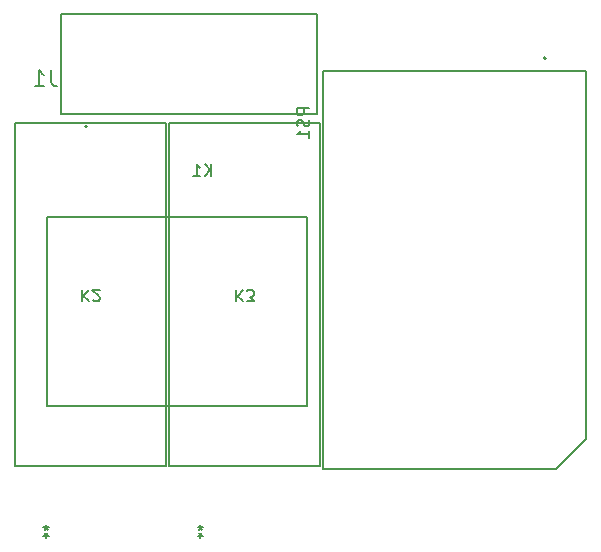
<source format=gbr>
%TF.GenerationSoftware,KiCad,Pcbnew,9.0.0*%
%TF.CreationDate,2025-03-25T19:49:10+01:00*%
%TF.ProjectId,raumtemp_relay,7261756d-7465-46d7-905f-72656c61792e,rev?*%
%TF.SameCoordinates,Original*%
%TF.FileFunction,Legend,Bot*%
%TF.FilePolarity,Positive*%
%FSLAX46Y46*%
G04 Gerber Fmt 4.6, Leading zero omitted, Abs format (unit mm)*
G04 Created by KiCad (PCBNEW 9.0.0) date 2025-03-25 19:49:10*
%MOMM*%
%LPD*%
G01*
G04 APERTURE LIST*
%ADD10C,0.150000*%
%ADD11C,0.152400*%
%ADD12C,0.127000*%
%ADD13C,0.200000*%
G04 APERTURE END LIST*
D10*
X138736905Y-86625184D02*
X138736905Y-87625184D01*
X139308333Y-86625184D02*
X138879762Y-87196613D01*
X139308333Y-87625184D02*
X138736905Y-87053756D01*
X139641667Y-87625184D02*
X140260714Y-87625184D01*
X140260714Y-87625184D02*
X139927381Y-87244232D01*
X139927381Y-87244232D02*
X140070238Y-87244232D01*
X140070238Y-87244232D02*
X140165476Y-87196613D01*
X140165476Y-87196613D02*
X140213095Y-87148994D01*
X140213095Y-87148994D02*
X140260714Y-87053756D01*
X140260714Y-87053756D02*
X140260714Y-86815661D01*
X140260714Y-86815661D02*
X140213095Y-86720423D01*
X140213095Y-86720423D02*
X140165476Y-86672804D01*
X140165476Y-86672804D02*
X140070238Y-86625184D01*
X140070238Y-86625184D02*
X139784524Y-86625184D01*
X139784524Y-86625184D02*
X139689286Y-86672804D01*
X139689286Y-86672804D02*
X139641667Y-86720423D01*
X135724999Y-106568154D02*
X135724999Y-106806249D01*
X135963094Y-106711011D02*
X135724999Y-106806249D01*
X135724999Y-106806249D02*
X135486904Y-106711011D01*
X135867856Y-106996725D02*
X135724999Y-106806249D01*
X135724999Y-106806249D02*
X135582142Y-106996725D01*
X135725000Y-107658515D02*
X135725000Y-107420420D01*
X135486905Y-107515658D02*
X135725000Y-107420420D01*
X135725000Y-107420420D02*
X135963095Y-107515658D01*
X135582143Y-107229944D02*
X135725000Y-107420420D01*
X135725000Y-107420420D02*
X135867857Y-107229944D01*
X125686905Y-86625184D02*
X125686905Y-87625184D01*
X126258333Y-86625184D02*
X125829762Y-87196613D01*
X126258333Y-87625184D02*
X125686905Y-87053756D01*
X126639286Y-87529946D02*
X126686905Y-87577565D01*
X126686905Y-87577565D02*
X126782143Y-87625184D01*
X126782143Y-87625184D02*
X127020238Y-87625184D01*
X127020238Y-87625184D02*
X127115476Y-87577565D01*
X127115476Y-87577565D02*
X127163095Y-87529946D01*
X127163095Y-87529946D02*
X127210714Y-87434708D01*
X127210714Y-87434708D02*
X127210714Y-87339470D01*
X127210714Y-87339470D02*
X127163095Y-87196613D01*
X127163095Y-87196613D02*
X126591667Y-86625184D01*
X126591667Y-86625184D02*
X127210714Y-86625184D01*
X122674999Y-106568154D02*
X122674999Y-106806249D01*
X122913094Y-106711011D02*
X122674999Y-106806249D01*
X122674999Y-106806249D02*
X122436904Y-106711011D01*
X122817856Y-106996725D02*
X122674999Y-106806249D01*
X122674999Y-106806249D02*
X122532142Y-106996725D01*
X122675000Y-107658515D02*
X122675000Y-107420420D01*
X122436905Y-107515658D02*
X122675000Y-107420420D01*
X122675000Y-107420420D02*
X122913095Y-107515658D01*
X122532143Y-107229944D02*
X122675000Y-107420420D01*
X122675000Y-107420420D02*
X122817857Y-107229944D01*
X123091666Y-68019866D02*
X123091666Y-69019866D01*
X123091666Y-69019866D02*
X123158333Y-69219866D01*
X123158333Y-69219866D02*
X123291666Y-69353200D01*
X123291666Y-69353200D02*
X123491666Y-69419866D01*
X123491666Y-69419866D02*
X123625000Y-69419866D01*
X121691666Y-69419866D02*
X122491666Y-69419866D01*
X122091666Y-69419866D02*
X122091666Y-68019866D01*
X122091666Y-68019866D02*
X122224999Y-68219866D01*
X122224999Y-68219866D02*
X122358333Y-68353200D01*
X122358333Y-68353200D02*
X122491666Y-68419866D01*
X136663094Y-77034819D02*
X136663094Y-76034819D01*
X136091666Y-77034819D02*
X136520237Y-76463390D01*
X136091666Y-76034819D02*
X136663094Y-76606247D01*
X135139285Y-77034819D02*
X135710713Y-77034819D01*
X135424999Y-77034819D02*
X135424999Y-76034819D01*
X135424999Y-76034819D02*
X135520237Y-76177676D01*
X135520237Y-76177676D02*
X135615475Y-76272914D01*
X135615475Y-76272914D02*
X135710713Y-76320533D01*
X144934364Y-71292608D02*
X143934364Y-71292608D01*
X143934364Y-71292608D02*
X143934364Y-71673560D01*
X143934364Y-71673560D02*
X143981983Y-71768798D01*
X143981983Y-71768798D02*
X144029602Y-71816417D01*
X144029602Y-71816417D02*
X144124840Y-71864036D01*
X144124840Y-71864036D02*
X144267697Y-71864036D01*
X144267697Y-71864036D02*
X144362935Y-71816417D01*
X144362935Y-71816417D02*
X144410554Y-71768798D01*
X144410554Y-71768798D02*
X144458173Y-71673560D01*
X144458173Y-71673560D02*
X144458173Y-71292608D01*
X144886745Y-72244989D02*
X144934364Y-72387846D01*
X144934364Y-72387846D02*
X144934364Y-72625941D01*
X144934364Y-72625941D02*
X144886745Y-72721179D01*
X144886745Y-72721179D02*
X144839125Y-72768798D01*
X144839125Y-72768798D02*
X144743887Y-72816417D01*
X144743887Y-72816417D02*
X144648649Y-72816417D01*
X144648649Y-72816417D02*
X144553411Y-72768798D01*
X144553411Y-72768798D02*
X144505792Y-72721179D01*
X144505792Y-72721179D02*
X144458173Y-72625941D01*
X144458173Y-72625941D02*
X144410554Y-72435465D01*
X144410554Y-72435465D02*
X144362935Y-72340227D01*
X144362935Y-72340227D02*
X144315316Y-72292608D01*
X144315316Y-72292608D02*
X144220078Y-72244989D01*
X144220078Y-72244989D02*
X144124840Y-72244989D01*
X144124840Y-72244989D02*
X144029602Y-72292608D01*
X144029602Y-72292608D02*
X143981983Y-72340227D01*
X143981983Y-72340227D02*
X143934364Y-72435465D01*
X143934364Y-72435465D02*
X143934364Y-72673560D01*
X143934364Y-72673560D02*
X143981983Y-72816417D01*
X144934364Y-73768798D02*
X144934364Y-73197370D01*
X144934364Y-73483084D02*
X143934364Y-73483084D01*
X143934364Y-73483084D02*
X144077221Y-73387846D01*
X144077221Y-73387846D02*
X144172459Y-73292608D01*
X144172459Y-73292608D02*
X144220078Y-73197370D01*
D11*
%TO.C,K3*%
X133098000Y-72553007D02*
X145852000Y-72553007D01*
X145852000Y-72553007D02*
X145852000Y-101607001D01*
X145852000Y-101607001D02*
X133098000Y-101607001D01*
X133098000Y-101607001D02*
X133098000Y-72553007D01*
%TO.C,K2*%
X120048000Y-72553007D02*
X132802000Y-72553007D01*
X132802000Y-72553007D02*
X132802000Y-101607001D01*
X132802000Y-101607001D02*
X120048000Y-101607001D01*
X120048000Y-101607001D02*
X120048000Y-72553007D01*
D12*
%TO.C,J1*%
X123936723Y-63300000D02*
X145636723Y-63300000D01*
X123936723Y-71800000D02*
X123936723Y-63300000D01*
X145636723Y-63300000D02*
X145636723Y-71800000D01*
X145636723Y-71800000D02*
X123936723Y-71800000D01*
D13*
X126136723Y-72800000D02*
G75*
G02*
X125936723Y-72800000I-100000J0D01*
G01*
X125936723Y-72800000D02*
G75*
G02*
X126136723Y-72800000I100000J0D01*
G01*
D12*
%TO.C,K1*%
X122725000Y-80480000D02*
X144725000Y-80480000D01*
X122725000Y-96480000D02*
X122725000Y-80480000D01*
X144725000Y-80480000D02*
X144725000Y-96480000D01*
X144725000Y-96480000D02*
X122725000Y-96480000D01*
%TO.C,PS1*%
X146144545Y-68101894D02*
X146144545Y-101801894D01*
X146144545Y-101801894D02*
X165804545Y-101801894D01*
X165804545Y-101801894D02*
X168344545Y-99261894D01*
X168344545Y-68101894D02*
X146144545Y-68101894D01*
X168344545Y-99261894D02*
X168344545Y-68101894D01*
D13*
X164994545Y-67031894D02*
G75*
G02*
X164794545Y-67031894I-100000J0D01*
G01*
X164794545Y-67031894D02*
G75*
G02*
X164994545Y-67031894I100000J0D01*
G01*
%TD*%
M02*

</source>
